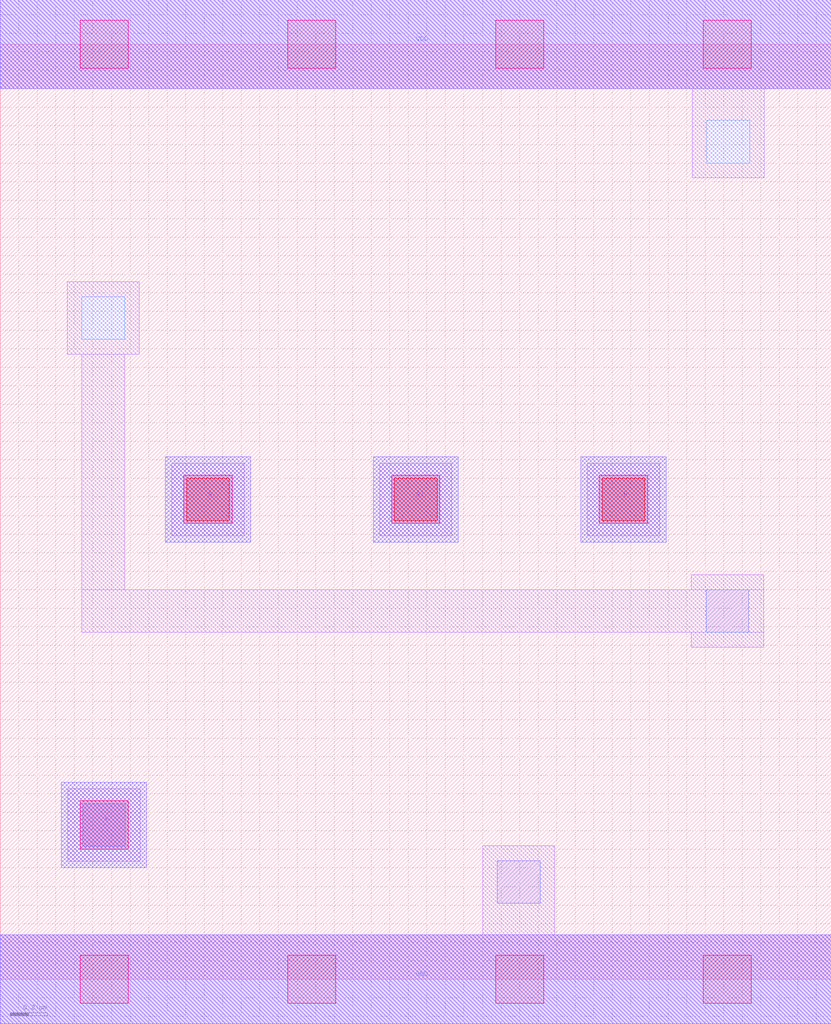
<source format=lef>
MACRO AOI21
 CLASS CORE ;
 FOREIGN AOI21 0 0 ;
 SIZE 4.48 BY 5.04 ;
 ORIGIN 0 0 ;
 SYMMETRY X Y R90 ;
 SITE unit ;
  PIN VDD
   DIRECTION INOUT ;
   USE POWER ;
   SHAPE ABUTMENT ;
    PORT
     CLASS CORE ;
       LAYER met1 ;
        RECT 0.00000000 4.80000000 4.48000000 5.28000000 ;
       LAYER met2 ;
        RECT 0.00000000 4.80000000 4.48000000 5.28000000 ;
    END
  END VDD

  PIN GND
   DIRECTION INOUT ;
   USE POWER ;
   SHAPE ABUTMENT ;
    PORT
     CLASS CORE ;
       LAYER met1 ;
        RECT 0.00000000 -0.24000000 4.48000000 0.24000000 ;
       LAYER met2 ;
        RECT 0.00000000 -0.24000000 4.48000000 0.24000000 ;
    END
  END GND

  PIN Y
   DIRECTION INOUT ;
   USE SIGNAL ;
   SHAPE ABUTMENT ;
    PORT
     CLASS CORE ;
       LAYER met2 ;
        RECT 0.33000000 0.60200000 0.79000000 1.06200000 ;
    END
  END Y

  PIN A
   DIRECTION INOUT ;
   USE SIGNAL ;
   SHAPE ABUTMENT ;
    PORT
     CLASS CORE ;
       LAYER met2 ;
        RECT 0.89000000 2.35700000 1.35000000 2.81700000 ;
    END
  END A

  PIN A1
   DIRECTION INOUT ;
   USE SIGNAL ;
   SHAPE ABUTMENT ;
    PORT
     CLASS CORE ;
       LAYER met2 ;
        RECT 2.01000000 2.35700000 2.47000000 2.81700000 ;
    END
  END A1

  PIN B
   DIRECTION INOUT ;
   USE SIGNAL ;
   SHAPE ABUTMENT ;
    PORT
     CLASS CORE ;
       LAYER met2 ;
        RECT 3.13000000 2.35700000 3.59000000 2.81700000 ;
    END
  END B

 OBS
    LAYER polycont ;
     RECT 1.00500000 2.47200000 1.23500000 2.70200000 ;
     RECT 2.12500000 2.47200000 2.35500000 2.70200000 ;
     RECT 3.24500000 2.47200000 3.47500000 2.70200000 ;

    LAYER pdiffc ;
     RECT 0.44000000 3.45000000 0.67000000 3.68000000 ;
     RECT 3.81000000 4.40000000 4.04000000 4.63000000 ;

    LAYER ndiffc ;
     RECT 2.68000000 0.41000000 2.91000000 0.64000000 ;
     RECT 0.44500000 0.71700000 0.67500000 0.94700000 ;
     RECT 3.80500000 1.87000000 4.03500000 2.10000000 ;

    LAYER met1 ;
     RECT 0.00000000 -0.24000000 4.48000000 0.24000000 ;
     RECT 2.60000000 0.24000000 2.99000000 0.72000000 ;
     RECT 0.36500000 0.63700000 0.75500000 1.02700000 ;
     RECT 0.92500000 2.39200000 1.31500000 2.78200000 ;
     RECT 2.04500000 2.39200000 2.43500000 2.78200000 ;
     RECT 3.16500000 2.39200000 3.55500000 2.78200000 ;
     RECT 3.72500000 1.79000000 4.11500000 1.87000000 ;
     RECT 0.44000000 1.87000000 4.11500000 2.10000000 ;
     RECT 3.72500000 2.10000000 4.11500000 2.18000000 ;
     RECT 0.44000000 2.10000000 0.67000000 3.37000000 ;
     RECT 0.36000000 3.37000000 0.75000000 3.76000000 ;
     RECT 3.73000000 4.32000000 4.12000000 4.80000000 ;
     RECT 0.00000000 4.80000000 4.48000000 5.28000000 ;

    LAYER via1 ;
     RECT 0.43000000 -0.13000000 0.69000000 0.13000000 ;
     RECT 1.55000000 -0.13000000 1.81000000 0.13000000 ;
     RECT 2.67000000 -0.13000000 2.93000000 0.13000000 ;
     RECT 3.79000000 -0.13000000 4.05000000 0.13000000 ;
     RECT 0.43000000 0.70200000 0.69000000 0.96200000 ;
     RECT 0.99000000 2.45700000 1.25000000 2.71700000 ;
     RECT 2.11000000 2.45700000 2.37000000 2.71700000 ;
     RECT 3.23000000 2.45700000 3.49000000 2.71700000 ;
     RECT 0.43000000 4.91000000 0.69000000 5.17000000 ;
     RECT 1.55000000 4.91000000 1.81000000 5.17000000 ;
     RECT 2.67000000 4.91000000 2.93000000 5.17000000 ;
     RECT 3.79000000 4.91000000 4.05000000 5.17000000 ;

    LAYER met2 ;
     RECT 0.00000000 -0.24000000 4.48000000 0.24000000 ;
     RECT 0.33000000 0.60200000 0.79000000 1.06200000 ;
     RECT 0.89000000 2.35700000 1.35000000 2.81700000 ;
     RECT 2.01000000 2.35700000 2.47000000 2.81700000 ;
     RECT 3.13000000 2.35700000 3.59000000 2.81700000 ;
     RECT 0.00000000 4.80000000 4.48000000 5.28000000 ;

 END
END AOI21

</source>
